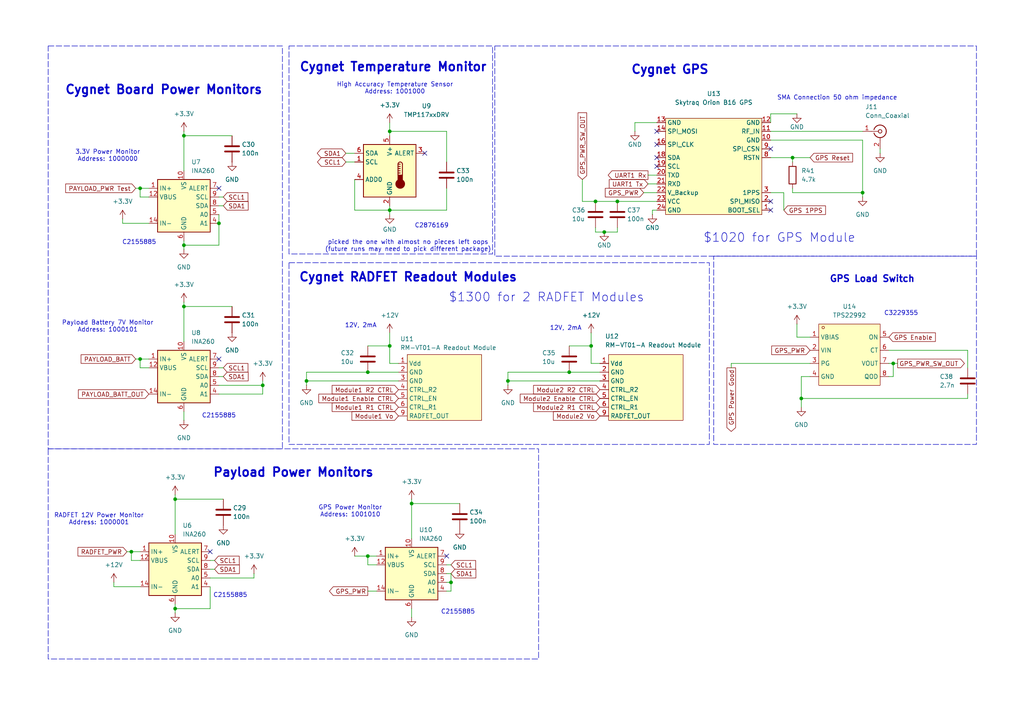
<source format=kicad_sch>
(kicad_sch (version 20250114) (generator "eeschema") (generator_version "9.0")
  (paper "A4")
  (lib_symbols
    (symbol "Connector:Conn_Coaxial" (pin_names (offset 1.016) (hide yes))
      (property "Reference" "J" (at 0.254 3.048 0))
      (property "Value" "Conn_Coaxial" (at 2.921 0 90))
      (symbol "Conn_Coaxial_0_1"
        (polyline (pts (xy -2.54 0) (xy -0.508 0)))
        (arc (start 1.778 0) (mid 0.222 -1.8079) (end -1.778 -0.508) (stroke (width 0.254)))
        (arc (start -1.778 0.508) (mid 0.2221 1.8084) (end 1.778 0) (stroke (width 0.254)))
        (circle (center 0 0) (radius 0.508) (stroke (width 0.2032)))
        (polyline (pts (xy 0 -2.54) (xy 0 -1.778)))
      )
      (symbol "Conn_Coaxial_1_1"
        (pin passive line (at -5.08 0 0) (length 2.54) (name "In") (number "1"))
        (pin passive line (at 0 -5.08 90) (length 2.54) (name "Ext") (number "2"))
      )
    )
    (symbol "Cygnet Skywalker v1:RM_VT01_A_RADFET Readout Module"
      (property "Reference" "U" (at 0 3.556 0))
      (symbol "RM_VT01_A_RADFET Readout Module_1_1"
        (rectangle (start -10.16 2.54) (end 11.43 -16.51) (fill (type background)))
        (pin input line (at -12.7 0 0) (length 2.54) (name "Vdd") (number "1"))
        (pin input line (at -12.7 -2.54 0) (length 2.54) (name "GND") (number "2"))
        (pin input line (at -12.7 -5.08 0) (length 2.54) (name "GND") (number "3"))
        (pin input line (at -12.7 -7.62 0) (length 2.54) (name "CTRL_R2") (number "4"))
        (pin input line (at -12.7 -10.16 0) (length 2.54) (name "CTRL_EN") (number "5"))
        (pin input line (at -12.7 -12.7 0) (length 2.54) (name "CTRL_R1") (number "6"))
        (pin output line (at -12.7 -15.24 0) (length 2.54) (name "RADFET_OUT") (number "9"))
      )
    )
    (symbol "Cygnet Skywalker v1:Skytraq_Orion_B16_GPS"
      (property "Reference" "U" (at 0 0 0))
      (property "Value" "Skytraq Orion B16 GPS" (at 0.254 -1.778 0))
      (symbol "Skytraq_Orion_B16_GPS_1_1"
        (rectangle (start -13.97 -3.81) (end 13.97 -31.75) (fill (type background)))
        (pin input line (at -16.51 -5.08 0) (length 2.54) (name "GND") (number "13"))
        (pin input line (at -16.51 -7.62 0) (length 2.54) (name "SPI_MOSI") (number "14"))
        (pin input line (at -16.51 -11.43 0) (length 2.54) (name "SPI_CLK") (number "16"))
        (pin bidirectional line (at -16.51 -15.24 0) (length 2.54) (name "SDA") (number "18"))
        (pin bidirectional line (at -16.51 -17.78 0) (length 2.54) (name "SCL") (number "19"))
        (pin output line (at -16.51 -20.32 0) (length 2.54) (name "TXD") (number "20"))
        (pin input line (at -16.51 -22.86 0) (length 2.54) (name "RXD") (number "21"))
        (pin input line (at -16.51 -25.4 0) (length 2.54) (name "V_Backup") (number "22"))
        (pin input line (at -16.51 -27.94 0) (length 2.54) (name "VCC") (number "23"))
        (pin input line (at -16.51 -30.48 0) (length 2.54) (name "GND") (number "24"))
        (pin input line (at 16.51 -5.08 180) (length 2.54) (name "GND") (number "12"))
        (pin output line (at 16.51 -7.62 180) (length 2.54) (name "RF_IN") (number "11"))
        (pin input line (at 16.51 -10.16 180) (length 2.54) (name "GND") (number "10"))
        (pin input line (at 16.51 -12.7 180) (length 2.54) (name "SPI_CSN") (number "9"))
        (pin input line (at 16.51 -15.24 180) (length 2.54) (name "RSTN") (number "8"))
        (pin input line (at 16.51 -25.4 180) (length 2.54) (name "1PPS") (number "3"))
        (pin output line (at 16.51 -27.94 180) (length 2.54) (name "SPI_MISO") (number "2"))
        (pin input line (at 16.51 -30.48 180) (length 2.54) (name "BOOT_SEL") (number "1"))
      )
    )
    (symbol "Cygnet Skywalker v1:TPS22992"
      (property "Reference" "U" (at 0 3.81 0))
      (symbol "TPS22992_1_1"
        (rectangle (start -8.89 2.54) (end 8.89 -15.24) (fill (type background)))
        (circle (center -7.62 1.524) (radius 0.3592))
        (pin power_out line (at -11.43 -1.27 0) (length 2.54) (name "VBIAS") (number "1"))
        (pin power_in line (at -11.43 -5.08 0) (length 2.54) (name "VIN") (number "2"))
        (pin input line (at -11.43 -8.89 0) (length 2.54) (name "PG") (number "3"))
        (pin input line (at -11.43 -12.7 0) (length 2.54) (name "GND") (number "4"))
        (pin input line (at 11.43 -1.27 180) (length 2.54) (name "ON") (number "5"))
        (pin input line (at 11.43 -5.08 180) (length 2.54) (name "CT") (number "6"))
        (pin input line (at 11.43 -8.89 180) (length 2.54) (name "VOUT") (number "7"))
        (pin input line (at 11.43 -12.7 180) (length 2.54) (name "QOD") (number "8"))
      )
    )
    (symbol "Device:C" (pin_numbers (hide yes)) (pin_names (offset 0.254))
      (property "Reference" "C" (at 0.635 2.54 0))
      (property "Value" "C" (at 0.635 -2.54 0))
      (symbol "C_0_1"
        (polyline (pts (xy -2.032 0.762) (xy 2.032 0.762)) (stroke (width 0.508)))
        (polyline (pts (xy -2.032 -0.762) (xy 2.032 -0.762)) (stroke (width 0.508)))
      )
      (symbol "C_1_1"
        (pin passive line (at 0 3.81 270) (length 2.794) (name "~") (number "1"))
        (pin passive line (at 0 -3.81 90) (length 2.794) (name "~") (number "2"))
      )
    )
    (symbol "Device:R" (pin_numbers (hide yes)) (pin_names (offset 0))
      (property "Reference" "R" (at 2.032 0 90))
      (property "Value" "R" (at 0 0 90))
      (symbol "R_0_1"
        (rectangle (start -1.016 -2.54) (end 1.016 2.54) (stroke (width 0.254)))
      )
      (symbol "R_1_1"
        (pin passive line (at 0 3.81 270) (length 1.27) (name "~") (number "1"))
        (pin passive line (at 0 -3.81 90) (length 1.27) (name "~") (number "2"))
      )
    )
    (symbol "Sensor:INA260"
      (property "Reference" "U" (at -6.35 8.89 0))
      (property "Value" "INA260" (at 2.54 8.89 0))
      (symbol "INA260_0_1"
        (rectangle (start -7.62 7.62) (end 7.62 -7.62) (stroke (width 0.254)) (fill (type background)))
      )
      (symbol "INA260_1_1"
        (pin passive line (at -10.16 5.08 0) (length 2.54) (name "IN+") (number "1"))
        (pin passive line (at -10.16 5.08 0) (length 2.54) (hide yes) (name "IN+") (number "2"))
        (pin passive line (at -10.16 5.08 0) (length 2.54) (hide yes) (name "IN+") (number "3"))
        (pin passive line (at -10.16 2.54 0) (length 2.54) (name "VBUS") (number "12"))
        (pin passive line (at -10.16 -5.08 0) (length 2.54) (name "IN-") (number "14"))
        (pin passive line (at -10.16 -5.08 0) (length 2.54) (hide yes) (name "IN-") (number "15"))
        (pin passive line (at -10.16 -5.08 0) (length 2.54) (hide yes) (name "IN-") (number "16"))
        (pin power_in line (at 0 10.16 270) (length 2.54) (name "VS") (number "10"))
        (pin passive line (at 0 -10.16 90) (length 2.54) (hide yes) (name "GND") (number "11"))
        (pin power_in line (at 0 -10.16 90) (length 2.54) (name "GND") (number "6"))
        (pin no_connect line (at 2.54 -7.62 90) (length 2.54) (hide yes) (name "NC") (number "13"))
        (pin open_collector line (at 10.16 5.08 180) (length 2.54) (name "ALERT") (number "7"))
        (pin input line (at 10.16 2.54 180) (length 2.54) (name "SCL") (number "9"))
        (pin bidirectional line (at 10.16 0 180) (length 2.54) (name "SDA") (number "8"))
        (pin input line (at 10.16 -2.54 180) (length 2.54) (name "A0") (number "5"))
        (pin input line (at 10.16 -5.08 180) (length 2.54) (name "A1") (number "4"))
      )
    )
    (symbol "Sensor_Temperature:TMP117xxDRV"
      (property "Reference" "U" (at -2.54 10.795 0))
      (property "Value" "TMP117xxDRV" (at -2.54 8.89 0))
      (symbol "TMP117xxDRV_0_1"
        (rectangle (start -7.62 7.62) (end 7.62 -7.62) (stroke (width 0.254)) (fill (type background)))
      )
      (symbol "TMP117xxDRV_1_1"
        (polyline (pts (xy 2.413 1.905) (xy 2.413 -1.27)) (stroke (width 0.254)))
        (polyline (pts (xy 2.413 1.905) (xy 3.048 1.905)) (stroke (width 0.254)))
        (polyline (pts (xy 2.413 1.27) (xy 3.048 1.27)) (stroke (width 0.254)))
        (polyline (pts (xy 2.413 0.635) (xy 3.048 0.635)) (stroke (width 0.254)))
        (polyline (pts (xy 2.413 0) (xy 3.048 0)) (stroke (width 0.254)))
        (polyline (pts (xy 2.413 -0.635) (xy 3.048 -0.635)) (stroke (width 0.254)))
        (arc (start 2.413 1.905) (mid 3.048 2.5373) (end 3.683 1.905) (stroke (width 0.254)))
        (circle (center 3.048 -3.81) (radius 1.27) (stroke (width 0.254)) (fill (type outline)))
        (polyline (pts (xy 3.683 1.905) (xy 3.683 -1.27)) (stroke (width 0.254)))
        (rectangle (start 3.683 -3.175) (end 2.413 -1.27) (stroke (width 0.254)) (fill (type outline)))
        (pin bidirectional line (at -10.16 5.08 0) (length 2.54) (name "SDA") (number "6"))
        (pin input line (at -10.16 2.54 0) (length 2.54) (name "SCL") (number "1"))
        (pin input line (at -10.16 -2.54 0) (length 2.54) (name "ADD0") (number "4"))
        (pin power_in line (at 0 10.16 270) (length 2.54) (name "V+") (number "5"))
        (pin power_in line (at 0 -10.16 90) (length 2.54) (name "GND") (number "2"))
        (pin open_collector line (at 10.16 5.08 180) (length 2.54) (name "ALERT") (number "3"))
      )
    )
    (symbol "power:+12V" (power) (pin_numbers (hide yes)) (pin_names (offset 0) (hide yes))
      (property "Value" "+12V" (at 0 3.556 0))
      (symbol "+12V_0_1"
        (polyline (pts (xy -0.762 1.27) (xy 0 2.54)))
        (polyline (pts (xy 0 2.54) (xy 0.762 1.27)))
        (polyline (pts (xy 0 0) (xy 0 2.54)))
      )
      (symbol "+12V_1_1"
        (pin power_in line (at 0 0 90) (length 0) (name "~") (number "1"))
      )
    )
    (symbol "power:+3.3V" (power) (pin_numbers (hide yes)) (pin_names (offset 0) (hide yes))
      (property "Value" "+3.3V" (at 0 3.556 0))
      (symbol "+3.3V_0_1"
        (polyline (pts (xy -0.762 1.27) (xy 0 2.54)))
        (polyline (pts (xy 0 2.54) (xy 0.762 1.27)))
        (polyline (pts (xy 0 0) (xy 0 2.54)))
      )
      (symbol "+3.3V_1_1"
        (pin power_in line (at 0 0 90) (length 0) (name "~") (number "1"))
      )
    )
    (symbol "power:GND" (power) (pin_numbers (hide yes)) (pin_names (offset 0) (hide yes))
      (property "Value" "GND" (at 0 -3.81 0))
      (symbol "GND_0_1"
        (polyline (pts (xy 0 0) (xy 0 -1.27) (xy 1.27 -1.27) (xy 0 -2.54) (xy -1.27 -1.27) (xy 0 -1.27)))
      )
      (symbol "GND_1_1"
        (pin power_in line (at 0 0 270) (length 0) (name "~") (number "1"))
      )
    )
  )
  (rectangle (start 207.01 74.295) (end 283.21 128.905) (stroke (width 0) (type dash)))
  (rectangle (start 13.97 13.335) (end 81.915 130.175) (stroke (width 0) (type dash)))
  (rectangle (start 13.97 130.175) (end 156.21 191.135) (stroke (width 0) (type dash)))
  (rectangle (start 83.82 13.335) (end 142.875 73.66) (stroke (width 0) (type dash)))
  (rectangle (start 83.82 76.2) (end 205.74 128.905) (stroke (width 0) (type dash)))
  (rectangle (start 143.51 13.335) (end 283.21 74.295) (stroke (width 0) (type dash)))
  (text "C2155885" (at 40.386 70.358 0) (effects (font (size 1.27 1.27))))
  (text "Cygnet GPS" (at 194.31 20.32 0) (effects (font (size 2.54 2.54) (thickness 0.508) (bold yes))))
  (text "C3229355" (at 261.366 90.932 0) (effects (font (size 1.27 1.27))))
  (text "Payload Power Monitors" (at 85.09 137.16 0) (effects (font (size 2.54 2.54) (thickness 0.508) (bold yes))))
  (text "$1300 for 2 RADFET Modules" (at 158.496 86.36 0) (effects (font (size 2.54 2.54))))
  (text "C2155885" (at 66.802 172.72 0) (effects (font (size 1.27 1.27))))
  (text "GPS Power Monitor\nAddress: 1001010" (at 101.6 148.336 0) (effects (font (size 1.27 1.27))))
  (text "$1020 for GPS Module" (at 226.06 69.088 0) (effects (font (size 2.54 2.54))))
  (text "picked the one with almost no pieces left oops\n(future runs may need to pick different package)" (at 118.364 71.374 0) (effects (font (size 1.27 1.27))))
  (text "C2155885" (at 132.842 177.546 0) (effects (font (size 1.27 1.27))))
  (text "SMA Connection 50 ohm impedance" (at 242.824 28.448 0) (effects (font (size 1.27 1.27))))
  (text "12V, 2mA" (at 104.648 94.488 0) (effects (font (size 1.27 1.27) (thickness 0.1588))))
  (text "Payload Battery 7V Monitor\nAddress: 1000101" (at 31.242 94.742 0) (effects (font (size 1.27 1.27))))
  (text "Cygnet RADFET Readout Modules" (at 118.364 80.518 0) (effects (font (size 2.54 2.54) (thickness 0.508) (bold yes))))
  (text "12V, 2mA" (at 164.084 95.25 0) (effects (font (size 1.27 1.27) (thickness 0.1588))))
  (text "C2155885" (at 63.5 120.65 0) (effects (font (size 1.27 1.27))))
  (text "RADFET 12V Power Monitor\nAddress: 1000001" (at 28.702 150.622 0) (effects (font (size 1.27 1.27))))
  (text "GPS Load Switch" (at 252.984 81.026 0) (effects (font (size 1.905 1.905) (thickness 0.381) (bold yes))))
  (text "Cygnet Temperature Monitor" (at 114.046 19.558 0) (effects (font (size 2.54 2.54) (thickness 0.508) (bold yes))))
  (text "Cygnet Board Power Monitors" (at 47.498 26.162 0) (effects (font (size 2.54 2.54) (thickness 0.508) (bold yes))))
  (text "C2876169" (at 125.222 65.532 0) (effects (font (size 1.27 1.27))))
  (text "High Accuracy Temperature Sensor\nAddress: 1001000" (at 114.554 25.654 0) (effects (font (size 1.27 1.27))))
  (text "3.3V Power Monitor\nAddress: 1000000" (at 31.242 45.212 0) (effects (font (size 1.27 1.27))))
  (junction (at 106.68 161.29))
  (junction (at 113.03 38.1))
  (junction (at 171.45 100.33))
  (junction (at 40.64 54.61))
  (junction (at 232.41 115.57))
  (junction (at 250.19 55.88))
  (junction (at 76.2 111.76))
  (junction (at 147.32 110.49))
  (junction (at 40.64 104.14))
  (junction (at 88.9 110.49))
  (junction (at 53.34 71.12))
  (junction (at 165.1 107.95))
  (junction (at 113.03 60.96))
  (junction (at 259.08 105.41))
  (junction (at 130.81 168.91))
  (junction (at 53.34 88.9))
  (junction (at 53.34 39.37))
  (junction (at 63.5 64.77))
  (junction (at 50.8 176.53))
  (junction (at 113.03 100.33))
  (junction (at 106.68 107.95))
  (junction (at 175.26 67.31))
  (junction (at 38.1 160.02))
  (junction (at 229.87 45.72))
  (junction (at 172.72 58.42))
  (junction (at 179.07 58.42))
  (junction (at 50.8 144.78))
  (junction (at 119.38 146.05))
  (no_connect (at 63.5 54.61))
  (no_connect (at 63.5 104.14))
  (no_connect (at 60.96 160.02))
  (no_connect (at 190.5 48.26))
  (no_connect (at 190.5 41.91))
  (no_connect (at 223.52 60.96))
  (no_connect (at 190.5 38.1))
  (no_connect (at 190.5 45.72))
  (no_connect (at 223.52 58.42))
  (no_connect (at 223.52 43.18))
  (no_connect (at 129.54 161.29))
  (no_connect (at 123.19 44.45))
  (wire (pts (xy 259.08 109.22) (xy 259.08 105.41)))
  (wire (pts (xy 53.34 71.12) (xy 53.34 69.85)))
  (wire (pts (xy 168.91 58.42) (xy 172.72 58.42)))
  (wire (pts (xy 113.03 96.52) (xy 113.03 100.33)))
  (wire (pts (xy 106.68 163.83) (xy 106.68 161.29)))
  (wire (pts (xy 35.56 63.5) (xy 35.56 64.77)))
  (wire (pts (xy 172.72 67.31) (xy 175.26 67.31)))
  (wire (pts (xy 229.87 46.99) (xy 229.87 45.72)))
  (wire (pts (xy 119.38 146.05) (xy 119.38 156.21)))
  (wire (pts (xy 223.52 33.02) (xy 231.14 33.02)))
  (wire (pts (xy 212.09 105.41) (xy 212.09 106.68)))
  (wire (pts (xy 106.68 171.45) (xy 109.22 171.45)))
  (wire (pts (xy 179.07 58.42) (xy 190.5 58.42)))
  (wire (pts (xy 88.9 107.95) (xy 88.9 110.49)))
  (wire (pts (xy 53.34 39.37) (xy 53.34 49.53)))
  (wire (pts (xy 35.56 64.77) (xy 43.18 64.77)))
  (wire (pts (xy 39.37 104.14) (xy 40.64 104.14)))
  (wire (pts (xy 171.45 105.41) (xy 173.99 105.41)))
  (wire (pts (xy 40.64 106.68) (xy 40.64 104.14)))
  (wire (pts (xy 250.19 40.64) (xy 250.19 55.88)))
  (wire (pts (xy 129.54 46.99) (xy 129.54 38.1)))
  (wire (pts (xy 53.34 119.38) (xy 53.34 121.92)))
  (wire (pts (xy 223.52 40.64) (xy 250.19 40.64)))
  (wire (pts (xy 43.18 57.15) (xy 40.64 57.15)))
  (wire (pts (xy 106.68 107.95) (xy 115.57 107.95)))
  (wire (pts (xy 223.52 38.1) (xy 250.19 38.1)))
  (wire (pts (xy 186.69 55.88) (xy 190.5 55.88)))
  (wire (pts (xy 229.87 45.72) (xy 234.95 45.72)))
  (wire (pts (xy 88.9 111.76) (xy 88.9 110.49)))
  (wire (pts (xy 280.67 115.57) (xy 280.67 114.3)))
  (wire (pts (xy 63.5 71.12) (xy 53.34 71.12)))
  (wire (pts (xy 76.2 111.76) (xy 76.2 110.49)))
  (wire (pts (xy 223.52 45.72) (xy 229.87 45.72)))
  (wire (pts (xy 172.72 66.04) (xy 172.72 67.31)))
  (wire (pts (xy 53.34 88.9) (xy 67.31 88.9)))
  (wire (pts (xy 232.41 109.22) (xy 234.95 109.22)))
  (wire (pts (xy 113.03 105.41) (xy 115.57 105.41)))
  (wire (pts (xy 113.03 35.56) (xy 113.03 38.1)))
  (wire (pts (xy 38.1 162.56) (xy 38.1 160.02)))
  (wire (pts (xy 113.03 38.1) (xy 113.03 39.37)))
  (wire (pts (xy 64.77 106.68) (xy 63.5 106.68)))
  (wire (pts (xy 232.41 115.57) (xy 280.67 115.57)))
  (wire (pts (xy 190.5 35.56) (xy 184.15 35.56)))
  (wire (pts (xy 53.34 88.9) (xy 53.34 99.06)))
  (wire (pts (xy 53.34 39.37) (xy 67.31 39.37)))
  (wire (pts (xy 232.41 109.22) (xy 232.41 115.57)))
  (wire (pts (xy 129.54 171.45) (xy 130.81 171.45)))
  (wire (pts (xy 130.81 163.83) (xy 129.54 163.83)))
  (wire (pts (xy 50.8 143.51) (xy 50.8 144.78)))
  (wire (pts (xy 50.8 144.78) (xy 64.77 144.78)))
  (wire (pts (xy 187.96 50.8) (xy 190.5 50.8)))
  (wire (pts (xy 40.64 104.14) (xy 43.18 104.14)))
  (wire (pts (xy 43.18 106.68) (xy 40.64 106.68)))
  (wire (pts (xy 229.87 55.88) (xy 250.19 55.88)))
  (wire (pts (xy 60.96 176.53) (xy 50.8 176.53)))
  (wire (pts (xy 119.38 146.05) (xy 133.35 146.05)))
  (wire (pts (xy 257.81 109.22) (xy 259.08 109.22)))
  (wire (pts (xy 64.77 109.22) (xy 63.5 109.22)))
  (wire (pts (xy 119.38 176.53) (xy 119.38 179.07)))
  (wire (pts (xy 187.96 53.34) (xy 190.5 53.34)))
  (wire (pts (xy 50.8 177.8) (xy 50.8 176.53)))
  (wire (pts (xy 100.33 44.45) (xy 102.87 44.45)))
  (wire (pts (xy 231.14 97.79) (xy 234.95 97.79)))
  (wire (pts (xy 171.45 96.52) (xy 171.45 100.33)))
  (wire (pts (xy 113.03 60.96) (xy 113.03 62.23)))
  (wire (pts (xy 227.33 55.88) (xy 223.52 55.88)))
  (wire (pts (xy 40.64 162.56) (xy 38.1 162.56)))
  (wire (pts (xy 129.54 60.96) (xy 113.03 60.96)))
  (wire (pts (xy 60.96 167.64) (xy 73.66 167.64)))
  (wire (pts (xy 73.66 167.64) (xy 73.66 166.37)))
  (wire (pts (xy 40.64 54.61) (xy 43.18 54.61)))
  (wire (pts (xy 130.81 168.91) (xy 130.81 171.45)))
  (wire (pts (xy 53.34 72.39) (xy 53.34 71.12)))
  (wire (pts (xy 165.1 100.33) (xy 171.45 100.33)))
  (wire (pts (xy 113.03 59.69) (xy 113.03 60.96)))
  (wire (pts (xy 109.22 163.83) (xy 106.68 163.83)))
  (wire (pts (xy 223.52 33.02) (xy 223.52 35.56)))
  (wire (pts (xy 179.07 67.31) (xy 179.07 66.04)))
  (wire (pts (xy 172.72 58.42) (xy 179.07 58.42)))
  (wire (pts (xy 189.23 62.23) (xy 189.23 60.96)))
  (wire (pts (xy 259.08 105.41) (xy 257.81 105.41)))
  (wire (pts (xy 255.27 44.45) (xy 255.27 43.18)))
  (wire (pts (xy 189.23 60.96) (xy 190.5 60.96)))
  (wire (pts (xy 106.68 100.33) (xy 113.03 100.33)))
  (wire (pts (xy 76.2 114.3) (xy 76.2 111.76)))
  (wire (pts (xy 165.1 107.95) (xy 173.99 107.95)))
  (wire (pts (xy 184.15 35.56) (xy 184.15 38.1)))
  (wire (pts (xy 53.34 87.63) (xy 53.34 88.9)))
  (wire (pts (xy 39.37 54.61) (xy 40.64 54.61)))
  (wire (pts (xy 102.87 161.29) (xy 106.68 161.29)))
  (wire (pts (xy 63.5 62.23) (xy 63.5 64.77)))
  (wire (pts (xy 147.32 107.95) (xy 165.1 107.95)))
  (wire (pts (xy 60.96 170.18) (xy 60.96 176.53)))
  (wire (pts (xy 232.41 115.57) (xy 232.41 118.11)))
  (wire (pts (xy 257.81 101.6) (xy 280.67 101.6)))
  (wire (pts (xy 129.54 168.91) (xy 130.81 168.91)))
  (wire (pts (xy 231.14 93.98) (xy 231.14 97.79)))
  (wire (pts (xy 102.87 52.07) (xy 102.87 60.96)))
  (wire (pts (xy 168.91 52.07) (xy 168.91 58.42)))
  (wire (pts (xy 250.19 55.88) (xy 250.19 57.15)))
  (wire (pts (xy 50.8 176.53) (xy 50.8 175.26)))
  (wire (pts (xy 280.67 101.6) (xy 280.67 106.68)))
  (wire (pts (xy 63.5 114.3) (xy 76.2 114.3)))
  (wire (pts (xy 62.23 165.1) (xy 60.96 165.1)))
  (wire (pts (xy 130.81 166.37) (xy 130.81 168.91)))
  (wire (pts (xy 106.68 161.29) (xy 109.22 161.29)))
  (wire (pts (xy 88.9 110.49) (xy 115.57 110.49)))
  (wire (pts (xy 38.1 160.02) (xy 40.64 160.02)))
  (wire (pts (xy 113.03 100.33) (xy 113.03 105.41)))
  (wire (pts (xy 129.54 54.61) (xy 129.54 60.96)))
  (wire (pts (xy 227.33 60.96) (xy 227.33 55.88)))
  (wire (pts (xy 147.32 110.49) (xy 173.99 110.49)))
  (wire (pts (xy 63.5 64.77) (xy 63.5 71.12)))
  (wire (pts (xy 36.83 160.02) (xy 38.1 160.02)))
  (wire (pts (xy 147.32 107.95) (xy 147.32 110.49)))
  (wire (pts (xy 212.09 105.41) (xy 234.95 105.41)))
  (wire (pts (xy 50.8 144.78) (xy 50.8 154.94)))
  (wire (pts (xy 102.87 60.96) (xy 113.03 60.96)))
  (wire (pts (xy 175.26 67.31) (xy 179.07 67.31)))
  (wire (pts (xy 63.5 111.76) (xy 76.2 111.76)))
  (wire (pts (xy 40.64 57.15) (xy 40.64 54.61)))
  (wire (pts (xy 130.81 166.37) (xy 129.54 166.37)))
  (wire (pts (xy 53.34 38.1) (xy 53.34 39.37)))
  (wire (pts (xy 64.77 57.15) (xy 63.5 57.15)))
  (wire (pts (xy 260.35 105.41) (xy 259.08 105.41)))
  (wire (pts (xy 88.9 107.95) (xy 106.68 107.95)))
  (wire (pts (xy 171.45 100.33) (xy 171.45 105.41)))
  (wire (pts (xy 33.02 170.18) (xy 40.64 170.18)))
  (wire (pts (xy 119.38 144.78) (xy 119.38 146.05)))
  (wire (pts (xy 100.33 46.99) (xy 102.87 46.99)))
  (wire (pts (xy 62.23 162.56) (xy 60.96 162.56)))
  (wire (pts (xy 33.02 168.91) (xy 33.02 170.18)))
  (wire (pts (xy 147.32 111.76) (xy 147.32 110.49)))
  (wire (pts (xy 229.87 55.88) (xy 229.87 54.61)))
  (wire (pts (xy 64.77 59.69) (xy 63.5 59.69)))
  (wire (pts (xy 129.54 38.1) (xy 113.03 38.1)))
  (global_label "Module1 R1 CTRL" (shape input) (at 115.57 118.11 180) (property "Intersheetrefs" "${INTERSHEET_REFS}" (effects (hide yes))))
  (global_label "SCL1" (shape bidirectional) (at 100.33 46.99 180) (property "Intersheetrefs" "${INTERSHEET_REFS}" (effects (hide yes))))
  (global_label "GPS Power Good" (shape output) (at 212.09 106.68 270) (property "Intersheetrefs" "${INTERSHEET_REFS}" (effects (hide yes))))
  (global_label "Module1 Enable CTRL" (shape input) (at 115.57 115.57 180) (property "Intersheetrefs" "${INTERSHEET_REFS}" (effects (hide yes))))
  (global_label "GPS Reset" (shape input) (at 234.95 45.72 0) (property "Intersheetrefs" "${INTERSHEET_REFS}" (effects (hide yes))))
  (global_label "GPS_PWR" (shape input) (at 186.69 55.88 180) (property "Intersheetrefs" "${INTERSHEET_REFS}" (effects (hide yes))))
  (global_label "PAYLOAD_BATT" (shape input) (at 39.37 104.14 180) (property "Intersheetrefs" "${INTERSHEET_REFS}" (effects (hide yes))))
  (global_label "UART1 Tx" (shape input) (at 187.96 53.34 180) (property "Intersheetrefs" "${INTERSHEET_REFS}" (effects (hide yes))))
  (global_label "SDA1" (shape input) (at 130.81 166.37 0) (property "Intersheetrefs" "${INTERSHEET_REFS}" (effects (hide yes))))
  (global_label "SCL1" (shape input) (at 64.77 57.15 0) (property "Intersheetrefs" "${INTERSHEET_REFS}" (effects (hide yes))))
  (global_label "Module2 Vo" (shape input) (at 173.99 120.65 180) (property "Intersheetrefs" "${INTERSHEET_REFS}" (effects (hide yes))))
  (global_label "SDA1" (shape input) (at 62.23 165.1 0) (property "Intersheetrefs" "${INTERSHEET_REFS}" (effects (hide yes))))
  (global_label "SDA1" (shape input) (at 64.77 59.69 0) (property "Intersheetrefs" "${INTERSHEET_REFS}" (effects (hide yes))))
  (global_label "GPS_PWR" (shape input) (at 234.95 101.6 180) (property "Intersheetrefs" "${INTERSHEET_REFS}" (effects (hide yes))))
  (global_label "UART1 Rx" (shape output) (at 187.96 50.8 180) (property "Intersheetrefs" "${INTERSHEET_REFS}" (effects (hide yes))))
  (global_label "SCL1" (shape input) (at 130.81 163.83 0) (property "Intersheetrefs" "${INTERSHEET_REFS}" (effects (hide yes))))
  (global_label "PAYLOAD_PWR Test" (shape input) (at 39.37 54.61 180) (property "Intersheetrefs" "${INTERSHEET_REFS}" (effects (hide yes))))
  (global_label "Module2 R1 CTRL" (shape input) (at 173.99 118.11 180) (property "Intersheetrefs" "${INTERSHEET_REFS}" (effects (hide yes))))
  (global_label "SDA1" (shape bidirectional) (at 100.33 44.45 180) (property "Intersheetrefs" "${INTERSHEET_REFS}" (effects (hide yes))))
  (global_label "SDA1" (shape input) (at 64.77 109.22 0) (property "Intersheetrefs" "${INTERSHEET_REFS}" (effects (hide yes))))
  (global_label "GPS_PWR_SW_OUT" (shape input) (at 168.91 52.07 90) (property "Intersheetrefs" "${INTERSHEET_REFS}" (effects (hide yes))))
  (global_label "PAYLOAD_BATT_OUT" (shape input) (at 43.18 114.3 180) (property "Intersheetrefs" "${INTERSHEET_REFS}" (effects (hide yes))))
  (global_label "Module2 Enable CTRL" (shape input) (at 173.99 115.57 180) (property "Intersheetrefs" "${INTERSHEET_REFS}" (effects (hide yes))))
  (global_label "Module2 R2 CTRL" (shape input) (at 173.99 113.03 180) (property "Intersheetrefs" "${INTERSHEET_REFS}" (effects (hide yes))))
  (global_label "Module1 R2 CTRL" (shape input) (at 115.57 113.03 180) (property "Intersheetrefs" "${INTERSHEET_REFS}" (effects (hide yes))))
  (global_label "GPS Enable" (shape input) (at 257.81 97.79 0) (property "Intersheetrefs" "${INTERSHEET_REFS}" (effects (hide yes))))
  (global_label "GPS_PWR_SW_OUT" (shape output) (at 260.35 105.41 0) (property "Intersheetrefs" "${INTERSHEET_REFS}" (effects (hide yes))))
  (global_label "RADFET_PWR" (shape input) (at 36.83 160.02 180) (property "Intersheetrefs" "${INTERSHEET_REFS}" (effects (hide yes))))
  (global_label "GPS_PWR" (shape output) (at 106.68 171.45 180) (property "Intersheetrefs" "${INTERSHEET_REFS}" (effects (hide yes))))
  (global_label "SCL1" (shape input) (at 62.23 162.56 0) (property "Intersheetrefs" "${INTERSHEET_REFS}" (effects (hide yes))))
  (global_label "SCL1" (shape input) (at 64.77 106.68 0) (property "Intersheetrefs" "${INTERSHEET_REFS}" (effects (hide yes))))
  (global_label "GPS 1PPS" (shape input) (at 227.33 60.96 0) (property "Intersheetrefs" "${INTERSHEET_REFS}" (effects (hide yes))))
  (global_label "Module1 Vo" (shape input) (at 115.57 120.65 180) (property "Intersheetrefs" "${INTERSHEET_REFS}" (effects (hide yes))))
  (symbol (lib_id "power:GND") (at 119.38 179.07 0) (unit 1)
    (property "Reference" "#PWR099" (effects (hide yes)))
    (property "Value" "GND" (at 119.38 184.15 0))
    (property "Description" "Power symbol creates a global label with name \"GND\" , ground" (effects (hide yes)))
  )
  (symbol (lib_id "power:+3.3V") (at 102.87 161.29 0) (unit 1)
    (property "Reference" "#PWR094" (effects (hide yes)))
    (property "Value" "+3.3V" (at 102.87 156.21 0))
    (property "Description" "Power symbol creates a global label with name \"+3.3V\"" (effects (hide yes)))
  )
  (symbol (lib_id "Device:R") (at 229.87 50.8 0) (unit 1)
    (property "Reference" "R41" (at 232.41 49.5299 0) (effects (justify left)))
    (property "Value" "4.7k" (at 232.41 52.0699 0) (effects (justify left)))
    (property "Footprint" "Resistor_SMD:R_0402_1005Metric" (effects (hide yes)))
    (property "Description" "Resistor" (effects (hide yes)))
  )
  (symbol (lib_id "power:GND") (at 250.19 57.15 0) (unit 1)
    (property "Reference" "#PWR0109" (effects (hide yes)))
    (property "Value" "GND" (at 250.19 62.23 0))
    (property "Description" "Power symbol creates a global label with name \"GND\" , ground" (effects (hide yes)))
  )
  (symbol (lib_id "Device:C") (at 67.31 92.71 0) (unit 1)
    (property "Reference" "C31" (at 70.104 91.44 0) (effects (justify left)))
    (property "Value" "100n" (at 70.104 93.98 0) (effects (justify left)))
    (property "Footprint" "Capacitor_SMD:C_0402_1005Metric" (effects (hide yes)))
  )
  (symbol (lib_id "Device:C") (at 172.72 62.23 0) (unit 1)
    (property "Reference" "C36" (at 165.862 60.96 0) (effects (justify left)))
    (property "Value" "10u" (at 165.862 63.5 0) (effects (justify left)))
    (property "Footprint" "Capacitor_SMD:C_0805_2012Metric" (effects (hide yes)))
  )
  (symbol (lib_id "power:GND") (at 50.8 177.8 0) (unit 1)
    (property "Reference" "#PWR083" (effects (hide yes)))
    (property "Value" "GND" (at 50.8 182.88 0))
    (property "Description" "Power symbol creates a global label with name \"GND\" , ground" (effects (hide yes)))
  )
  (symbol (lib_id "power:+3.3V") (at 119.38 144.78 0) (unit 1)
    (property "Reference" "#PWR098" (effects (hide yes)))
    (property "Value" "+3.3V" (at 119.38 139.7 0))
    (property "Description" "Power symbol creates a global label with name \"+3.3V\"" (effects (hide yes)))
  )
  (symbol (lib_id "Sensor:INA260") (at 119.38 166.37 0) (unit 1)
    (property "Reference" "U10" (at 121.5233 153.67 0) (effects (justify left)))
    (property "Value" "INA260" (at 121.5233 156.21 0) (effects (justify left)))
    (property "Footprint" "Package_SO:TSSOP-16_4.4x5mm_P0.65mm" (effects (hide yes)))
    (property "Datasheet" "http://www.ti.com/lit/ds/symlink/ina260.pdf" (effects (hide yes)))
    (property "Description" "Current/power/voltage monitor with Integrated 2mΩ Shunt Resistor, 2.7V - 5.5V, I2C, TSSOP-16" (effects (hide yes)))
  )
  (symbol (lib_id "Cygnet Skywalker v1:RM_VT01_A_RADFET Readout Module") (at 128.27 105.41 0) (unit 1)
    (property "Reference" "U11" (at 116.078 98.298 0) (effects (justify left)))
    (property "Value" "RM-VT01-A Readout Module" (at 116.078 100.838 0) (effects (justify left)))
    (property "Footprint" "Skywalkerfeet:RM-VT01-A" (effects (hide yes)))
  )
  (symbol (lib_id "Device:C") (at 165.1 104.14 0) (unit 1)
    (property "Reference" "C35" (at 157.226 102.362 0) (effects (justify left)))
    (property "Value" "10u" (at 157.226 104.902 0) (effects (justify left)))
    (property "Footprint" "Capacitor_SMD:C_1206_3216Metric" (effects (hide yes)))
  )
  (symbol (lib_id "power:+12V") (at 113.03 96.52 0) (unit 1)
    (property "Reference" "#PWR097" (effects (hide yes)))
    (property "Value" "+12V" (at 113.03 91.44 0))
    (property "Description" "Power symbol creates a global label with name \"+12V\"" (effects (hide yes)))
  )
  (symbol (lib_id "power:+3.3V") (at 231.14 93.98 0) (unit 1)
    (property "Reference" "#PWR0107" (effects (hide yes)))
    (property "Value" "+3.3V" (at 231.14 88.9 0))
    (property "Description" "Power symbol creates a global label with name \"+3.3V\"" (effects (hide yes)))
  )
  (symbol (lib_id "Device:C") (at 129.54 50.8 0) (unit 1)
    (property "Reference" "C33" (at 132.334 49.53 0) (effects (justify left)))
    (property "Value" "100n" (at 132.334 52.07 0) (effects (justify left)))
    (property "Footprint" "Capacitor_SMD:C_0402_1005Metric" (effects (hide yes)))
  )
  (symbol (lib_id "Sensor:INA260") (at 50.8 165.1 0) (unit 1)
    (property "Reference" "U6" (at 52.9433 152.4 0) (effects (justify left)))
    (property "Value" "INA260" (at 52.9433 154.94 0) (effects (justify left)))
    (property "Footprint" "Package_SO:TSSOP-16_4.4x5mm_P0.65mm" (effects (hide yes)))
    (property "Datasheet" "http://www.ti.com/lit/ds/symlink/ina260.pdf" (effects (hide yes)))
    (property "Description" "Current/power/voltage monitor with Integrated 2mΩ Shunt Resistor, 2.7V - 5.5V, I2C, TSSOP-16" (effects (hide yes)))
  )
  (symbol (lib_id "power:GND") (at 67.31 46.99 0) (unit 1)
    (property "Reference" "#PWR089" (effects (hide yes)))
    (property "Value" "GND" (at 67.31 52.07 0))
    (property "Description" "Power symbol creates a global label with name \"GND\" , ground" (effects (hide yes)))
  )
  (symbol (lib_id "power:+3.3V") (at 53.34 87.63 0) (unit 1)
    (property "Reference" "#PWR086" (effects (hide yes)))
    (property "Value" "+3.3V" (at 53.34 82.55 0))
    (property "Description" "Power symbol creates a global label with name \"+3.3V\"" (effects (hide yes)))
  )
  (symbol (lib_id "power:GND") (at 133.35 153.67 0) (unit 1)
    (property "Reference" "#PWR0100" (effects (hide yes)))
    (property "Value" "GND" (at 133.35 158.75 0))
    (property "Description" "Power symbol creates a global label with name \"GND\" , ground" (effects (hide yes)))
  )
  (symbol (lib_id "Device:C") (at 64.77 148.59 0) (unit 1)
    (property "Reference" "C29" (at 67.564 147.32 0) (effects (justify left)))
    (property "Value" "100n" (at 67.564 149.86 0) (effects (justify left)))
    (property "Footprint" "Capacitor_SMD:C_0402_1005Metric" (effects (hide yes)))
  )
  (symbol (lib_id "power:GND") (at 175.26 67.31 0) (unit 1)
    (property "Reference" "#PWR0103" (effects (hide yes)))
    (property "Value" "GND" (at 175.26 71.12 0))
    (property "Description" "Power symbol creates a global label with name \"GND\" , ground" (effects (hide yes)))
  )
  (symbol (lib_id "power:GND") (at 53.34 72.39 0) (unit 1)
    (property "Reference" "#PWR085" (effects (hide yes)))
    (property "Value" "GND" (at 53.34 77.47 0))
    (property "Description" "Power symbol creates a global label with name \"GND\" , ground" (effects (hide yes)))
  )
  (symbol (lib_id "power:+3.3V") (at 50.8 143.51 0) (unit 1)
    (property "Reference" "#PWR082" (effects (hide yes)))
    (property "Value" "+3.3V" (at 50.8 138.43 0))
    (property "Description" "Power symbol creates a global label with name \"+3.3V\"" (effects (hide yes)))
  )
  (symbol (lib_id "Cygnet Skywalker v1:Skytraq_Orion_B16_GPS") (at 207.01 30.48 0) (unit 1)
    (property "Reference" "U13" (at 207.01 27.178 0))
    (property "Value" "Skytraq Orion B16 GPS" (at 207.01 29.718 0))
    (property "Footprint" "Skywalkerfeet:Skytraq Orion B16 GPS" (effects (hide yes)))
  )
  (symbol (lib_id "power:GND") (at 147.32 111.76 0) (unit 1)
    (property "Reference" "#PWR0101" (effects (hide yes)))
    (property "Value" "GND" (at 147.32 116.84 0))
    (property "Description" "Power symbol creates a global label with name \"GND\" , ground" (effects (hide yes)))
  )
  (symbol (lib_id "power:+12V") (at 33.02 168.91 0) (unit 1)
    (property "Reference" "#PWR080" (effects (hide yes)))
    (property "Value" "+12V" (at 33.02 163.83 0))
    (property "Description" "Power symbol creates a global label with name \"+12V\"" (effects (hide yes)))
  )
  (symbol (lib_id "Device:C") (at 179.07 62.23 0) (unit 1)
    (property "Reference" "C37" (at 181.864 60.96 0) (effects (justify left)))
    (property "Value" "100n" (at 181.864 63.5 0) (effects (justify left)))
    (property "Footprint" "Capacitor_SMD:C_0402_1005Metric" (effects (hide yes)))
  )
  (symbol (lib_id "Cygnet Skywalker v1:TPS22992") (at 246.38 96.52 0) (unit 1)
    (property "Reference" "U14" (at 246.38 88.9 0))
    (property "Value" "TPS22992" (at 246.38 91.44 0))
    (property "Footprint" "Skywalkerfeet:TPS22992" (effects (hide yes)))
    (property "Datasheet" "https://www.ti.com/lit/ds/symlink/tps22992.pdf?ts=1760069654534&ref_url=https%253A%252F%252Fwww.ti.com%252Fproduct%252FTPS22992" (effects (hide yes)))
  )
  (symbol (lib_id "power:GND") (at 232.41 118.11 0) (unit 1)
    (property "Reference" "#PWR0108" (effects (hide yes)))
    (property "Value" "GND" (at 232.41 123.19 0))
    (property "Description" "Power symbol creates a global label with name \"GND\" , ground" (effects (hide yes)))
  )
  (symbol (lib_id "power:GND") (at 231.14 33.02 0) (unit 1)
    (property "Reference" "#PWR0106" (effects (hide yes)))
    (property "Value" "GND" (at 231.14 36.83 0))
    (property "Description" "Power symbol creates a global label with name \"GND\" , ground" (effects (hide yes)))
  )
  (symbol (lib_id "Device:C") (at 106.68 104.14 0) (unit 1)
    (property "Reference" "C32" (at 98.806 102.362 0) (effects (justify left)))
    (property "Value" "10u" (at 98.806 104.902 0) (effects (justify left)))
    (property "Footprint" "Capacitor_SMD:C_1206_3216Metric" (effects (hide yes)))
  )
  (symbol (lib_id "Device:C") (at 280.67 110.49 0) (unit 1)
    (property "Reference" "C38" (at 272.542 109.22 0) (effects (justify left)))
    (property "Value" "2.7n" (at 272.542 111.76 0) (effects (justify left)))
    (property "Footprint" "Capacitor_SMD:C_0603_1608Metric" (effects (hide yes)))
  )
  (symbol (lib_id "Device:C") (at 133.35 149.86 0) (unit 1)
    (property "Reference" "C34" (at 136.144 148.59 0) (effects (justify left)))
    (property "Value" "100n" (at 136.144 151.13 0) (effects (justify left)))
    (property "Footprint" "Capacitor_SMD:C_0402_1005Metric" (effects (hide yes)))
  )
  (symbol (lib_id "power:GND") (at 113.03 62.23 0) (unit 1)
    (property "Reference" "#PWR096" (effects (hide yes)))
    (property "Value" "GND" (at 113.03 66.548 0))
    (property "Description" "Power symbol creates a global label with name \"GND\" , ground" (effects (hide yes)))
  )
  (symbol (lib_id "Cygnet Skywalker v1:RM_VT01_A_RADFET Readout Module") (at 186.69 105.41 0) (unit 1)
    (property "Reference" "U12" (at 175.514 97.536 0) (effects (justify left)))
    (property "Value" "RM-VT01-A Readout Module" (at 175.514 100.076 0) (effects (justify left)))
    (property "Footprint" "Skywalkerfeet:RM-VT01-A" (effects (hide yes)))
  )
  (symbol (lib_id "Sensor:INA260") (at 53.34 59.69 0) (unit 1)
    (property "Reference" "U7" (at 55.4833 46.99 0) (effects (justify left)))
    (property "Value" "INA260" (at 55.4833 49.53 0) (effects (justify left)))
    (property "Footprint" "Package_SO:TSSOP-16_4.4x5mm_P0.65mm" (effects (hide yes)))
    (property "Datasheet" "http://www.ti.com/lit/ds/symlink/ina260.pdf" (effects (hide yes)))
    (property "Description" "Current/power/voltage monitor with Integrated 2mΩ Shunt Resistor, 2.7V - 5.5V, I2C, TSSOP-16" (effects (hide yes)))
  )
  (symbol (lib_id "power:+3.3V") (at 73.66 166.37 0) (unit 1)
    (property "Reference" "#PWR091" (effects (hide yes)))
    (property "Value" "+3.3V" (at 73.66 161.29 0))
    (property "Description" "Power symbol creates a global label with name \"+3.3V\"" (effects (hide yes)))
  )
  (symbol (lib_id "power:+3.3V") (at 76.2 110.49 0) (unit 1)
    (property "Reference" "#PWR092" (effects (hide yes)))
    (property "Value" "+3.3V" (at 76.2 105.41 0))
    (property "Description" "Power symbol creates a global label with name \"+3.3V\"" (effects (hide yes)))
  )
  (symbol (lib_id "power:+3.3V") (at 35.56 63.5 0) (unit 1)
    (property "Reference" "#PWR081" (effects (hide yes)))
    (property "Value" "+3.3V" (at 35.56 58.42 0))
    (property "Description" "Power symbol creates a global label with name \"+3.3V\"" (effects (hide yes)))
  )
  (symbol (lib_id "power:GND") (at 64.77 152.4 0) (unit 1)
    (property "Reference" "#PWR088" (effects (hide yes)))
    (property "Value" "GND" (at 64.77 157.48 0))
    (property "Description" "Power symbol creates a global label with name \"GND\" , ground" (effects (hide yes)))
  )
  (symbol (lib_id "power:GND") (at 67.31 96.52 0) (unit 1)
    (property "Reference" "#PWR090" (effects (hide yes)))
    (property "Value" "GND" (at 67.31 101.6 0))
    (property "Description" "Power symbol creates a global label with name \"GND\" , ground" (effects (hide yes)))
  )
  (symbol (lib_id "power:+3.3V") (at 53.34 38.1 0) (unit 1)
    (property "Reference" "#PWR084" (effects (hide yes)))
    (property "Value" "+3.3V" (at 53.34 33.02 0))
    (property "Description" "Power symbol creates a global label with name \"+3.3V\"" (effects (hide yes)))
  )
  (symbol (lib_id "Sensor_Temperature:TMP117xxDRV") (at 113.03 49.53 0) (unit 1)
    (property "Reference" "U9" (at 123.698 30.734 0))
    (property "Value" "TMP117xxDRV" (at 123.698 33.274 0))
    (property "Footprint" "Package_SON:WSON-6-1EP_2x2mm_P0.65mm_EP1x1.6mm" (effects (hide yes)))
    (property "Datasheet" "https://www.ti.com/lit/ds/symlink/tmp117.pdf" (effects (hide yes)))
    (property "Description" "Digital Temperature Sensor with I2C/SMBus Interface, 16 bits, ±0.3°C, one-shot conversion, alert, nist traceable, EEPROM, WSON" (effects (hide yes)))
  )
  (symbol (lib_id "power:GND") (at 189.23 62.23 0) (unit 1)
    (property "Reference" "#PWR0105" (effects (hide yes)))
    (property "Value" "GND" (at 189.23 66.04 0))
    (property "Description" "Power symbol creates a global label with name \"GND\" , ground" (effects (hide yes)))
  )
  (symbol (lib_id "Sensor:INA260") (at 53.34 109.22 0) (unit 1)
    (property "Reference" "U8" (at 55.4833 96.52 0) (effects (justify left)))
    (property "Value" "INA260" (at 55.4833 99.06 0) (effects (justify left)))
    (property "Footprint" "Package_SO:TSSOP-16_4.4x5mm_P0.65mm" (effects (hide yes)))
    (property "Datasheet" "http://www.ti.com/lit/ds/symlink/ina260.pdf" (effects (hide yes)))
    (property "Description" "Current/power/voltage monitor with Integrated 2mΩ Shunt Resistor, 2.7V - 5.5V, I2C, TSSOP-16" (effects (hide yes)))
  )
  (symbol (lib_id "power:GND") (at 88.9 111.76 0) (unit 1)
    (property "Reference" "#PWR093" (effects (hide yes)))
    (property "Value" "GND" (at 88.9 116.84 0))
    (property "Description" "Power symbol creates a global label with name \"GND\" , ground" (effects (hide yes)))
  )
  (symbol (lib_id "power:GND") (at 255.27 44.45 0) (unit 1)
    (property "Reference" "#PWR0110" (effects (hide yes)))
    (property "Value" "GND" (at 255.27 49.53 0))
    (property "Description" "Power symbol creates a global label with name \"GND\" , ground" (effects (hide yes)))
  )
  (symbol (lib_id "Connector:Conn_Coaxial") (at 255.27 38.1 0) (unit 1)
    (property "Reference" "J11" (at 250.952 30.988 0) (effects (justify left)))
    (property "Value" "Conn_Coaxial" (at 250.952 33.528 0) (effects (justify left)))
    (property "Footprint" "Skywalkerfeet:SMA-TH_132134" (effects (hide yes)))
    (property "Description" "coaxial connector (BNC, SMA, SMB, SMC, Cinch/RCA, LEMO, ...)" (effects (hide yes)))
  )
  (symbol (lib_id "power:GND") (at 53.34 121.92 0) (unit 1)
    (property "Reference" "#PWR087" (effects (hide yes)))
    (property "Value" "GND" (at 53.34 127 0))
    (property "Description" "Power symbol creates a global label with name \"GND\" , ground" (effects (hide yes)))
  )
  (symbol (lib_id "Device:C") (at 67.31 43.18 0) (unit 1)
    (property "Reference" "C30" (at 70.104 41.91 0) (effects (justify left)))
    (property "Value" "100n" (at 70.104 44.45 0) (effects (justify left)))
    (property "Footprint" "Capacitor_SMD:C_0402_1005Metric" (effects (hide yes)))
  )
  (symbol (lib_id "power:GND") (at 184.15 38.1 0) (unit 1)
    (property "Reference" "#PWR0104" (effects (hide yes)))
    (property "Value" "GND" (at 184.15 41.91 0))
    (property "Description" "Power symbol creates a global label with name \"GND\" , ground" (effects (hide yes)))
  )
  (symbol (lib_id "power:+12V") (at 171.45 96.52 0) (unit 1)
    (property "Reference" "#PWR0102" (effects (hide yes)))
    (property "Value" "+12V" (at 171.45 91.44 0))
    (property "Description" "Power symbol creates a global label with name \"+12V\"" (effects (hide yes)))
  )
  (symbol (lib_id "power:+3.3V") (at 113.03 35.56 0) (unit 1)
    (property "Reference" "#PWR095" (effects (hide yes)))
    (property "Value" "+3.3V" (at 113.03 30.48 0))
    (property "Description" "Power symbol creates a global label with name \"+3.3V\"" (effects (hide yes)))
  )
)
</source>
